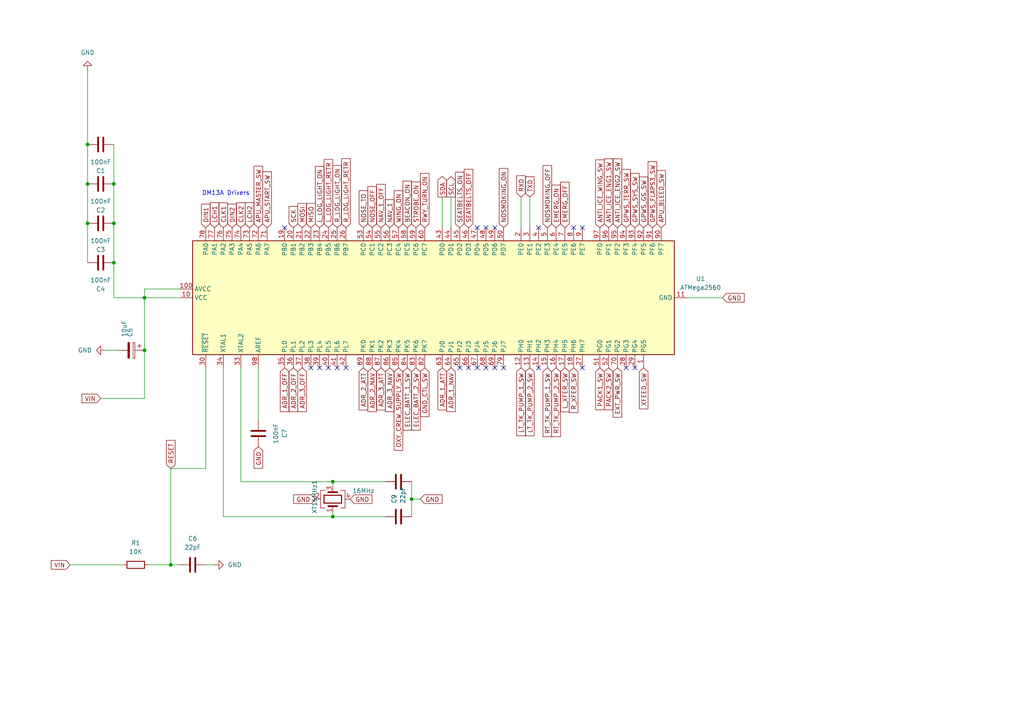
<source format=kicad_sch>
(kicad_sch (version 20231120) (generator "eeschema") (generator_version "8.0")
  (paper "A4")
  (lib_symbols
    (symbol "Device:C" (pin_numbers hide) (pin_names (offset 0.254))
      (property "Reference" "C" (at 0.635 2.54 0))
      (property "Value" "C" (at 0.635 -2.54 0))
      (symbol "C_0_1"
        (polyline (pts (xy -2.032 -0.762) (xy 2.032 -0.762)) (stroke (width 0.508)))
        (polyline (pts (xy -2.032 0.762) (xy 2.032 0.762)) (stroke (width 0.508)))
      )
      (symbol "C_1_1"
        (pin passive line (at 0 3.81 270) (length 2.794) (name "~") (number "1"))
        (pin passive line (at 0 -3.81 90) (length 2.794) (name "~") (number "2"))
      )
    )
    (symbol "Device:C_Polarized" (pin_numbers hide) (pin_names (offset 0.254))
      (property "Reference" "C" (at 0.635 2.54 0))
      (property "Value" "C_Polarized" (at 0.635 -2.54 0))
      (symbol "C_Polarized_0_1"
        (rectangle (start -2.286 0.508) (end 2.286 1.016))
        (polyline (pts (xy -1.778 2.286) (xy -0.762 2.286)))
        (polyline (pts (xy -1.27 2.794) (xy -1.27 1.778)))
        (rectangle (start 2.286 -0.508) (end -2.286 -1.016) (fill (type outline)))
      )
      (symbol "C_Polarized_1_1"
        (pin passive line (at 0 3.81 270) (length 2.794) (name "~") (number "1"))
        (pin passive line (at 0 -3.81 90) (length 2.794) (name "~") (number "2"))
      )
    )
    (symbol "Device:Crystal_GND24" (pin_names (offset 1.016) hide)
      (property "Reference" "Y" (at 3.175 5.08 0))
      (property "Value" "Crystal_GND24" (at 3.175 3.175 0))
      (symbol "Crystal_GND24_0_1"
        (rectangle (start -1.143 2.54) (end 1.143 -2.54) (stroke (width 0.3048)))
        (polyline (pts (xy -2.54 0) (xy -2.032 0)))
        (polyline (pts (xy -2.032 -1.27) (xy -2.032 1.27)) (stroke (width 0.508)))
        (polyline (pts (xy 0 -3.81) (xy 0 -3.556)))
        (polyline (pts (xy 0 3.556) (xy 0 3.81)))
        (polyline (pts (xy 2.032 -1.27) (xy 2.032 1.27)) (stroke (width 0.508)))
        (polyline (pts (xy 2.032 0) (xy 2.54 0)))
        (polyline (pts (xy -2.54 -2.286) (xy -2.54 -3.556) (xy 2.54 -3.556) (xy 2.54 -2.286)))
        (polyline (pts (xy -2.54 2.286) (xy -2.54 3.556) (xy 2.54 3.556) (xy 2.54 2.286)))
      )
      (symbol "Crystal_GND24_1_1"
        (pin passive line (at -3.81 0 0) (length 1.27) (name "1") (number "1"))
        (pin passive line (at 0 5.08 270) (length 1.27) (name "2") (number "2"))
        (pin passive line (at 3.81 0 180) (length 1.27) (name "3") (number "3"))
        (pin passive line (at 0 -5.08 90) (length 1.27) (name "4") (number "4"))
      )
    )
    (symbol "Device:R" (pin_numbers hide) (pin_names (offset 0))
      (property "Reference" "R" (at 2.032 0 90))
      (property "Value" "R" (at 0 0 90))
      (symbol "R_0_1"
        (rectangle (start -1.016 -2.54) (end 1.016 2.54) (stroke (width 0.254)))
      )
      (symbol "R_1_1"
        (pin passive line (at 0 3.81 270) (length 1.27) (name "~") (number "1"))
        (pin passive line (at 0 -3.81 90) (length 1.27) (name "~") (number "2"))
      )
    )
    (symbol "MCU_Microchip_ATmega:ATmega2560-16A"
      (property "Reference" "U" (at 0 1.27 0))
      (property "Value" "ATmega2560-16A" (at 0 -1.27 0))
      (symbol "ATmega2560-16A_0_1"
        (rectangle (start -16.51 -69.85) (end 16.51 69.85) (stroke (width 0.254)) (fill (type background)))
      )
      (symbol "ATmega2560-16A_1_1"
        (pin bidirectional line (at -20.32 -60.96 0) (length 3.81) (name "PG5") (number "1"))
        (pin power_in line (at 0 73.66 270) (length 3.81) (name "VCC") (number "10"))
        (pin power_in line (at 2.54 73.66 270) (length 3.81) (name "AVCC") (number "100"))
        (pin power_in line (at 0 -73.66 90) (length 3.81) (name "GND") (number "11"))
        (pin bidirectional line (at -20.32 -25.4 0) (length 3.81) (name "PH0") (number "12"))
        (pin bidirectional line (at -20.32 -27.94 0) (length 3.81) (name "PH1") (number "13"))
        (pin bidirectional line (at -20.32 -30.48 0) (length 3.81) (name "PH2") (number "14"))
        (pin bidirectional line (at -20.32 -33.02 0) (length 3.81) (name "PH3") (number "15"))
        (pin bidirectional line (at -20.32 -35.56 0) (length 3.81) (name "PH4") (number "16"))
        (pin bidirectional line (at -20.32 -38.1 0) (length 3.81) (name "PH5") (number "17"))
        (pin bidirectional line (at -20.32 -40.64 0) (length 3.81) (name "PH6") (number "18"))
        (pin bidirectional line (at 20.32 43.18 180) (length 3.81) (name "PB0") (number "19"))
        (pin bidirectional line (at 20.32 -25.4 180) (length 3.81) (name "PE0") (number "2"))
        (pin bidirectional line (at 20.32 40.64 180) (length 3.81) (name "PB1") (number "20"))
        (pin bidirectional line (at 20.32 38.1 180) (length 3.81) (name "PB2") (number "21"))
        (pin bidirectional line (at 20.32 35.56 180) (length 3.81) (name "PB3") (number "22"))
        (pin bidirectional line (at 20.32 33.02 180) (length 3.81) (name "PB4") (number "23"))
        (pin bidirectional line (at 20.32 30.48 180) (length 3.81) (name "PB5") (number "24"))
        (pin bidirectional line (at 20.32 27.94 180) (length 3.81) (name "PB6") (number "25"))
        (pin bidirectional line (at 20.32 25.4 180) (length 3.81) (name "PB7") (number "26"))
        (pin bidirectional line (at -20.32 -43.18 0) (length 3.81) (name "PH7") (number "27"))
        (pin bidirectional line (at -20.32 -55.88 0) (length 3.81) (name "PG3") (number "28"))
        (pin bidirectional line (at -20.32 -58.42 0) (length 3.81) (name "PG4") (number "29"))
        (pin bidirectional line (at 20.32 -27.94 180) (length 3.81) (name "PE1") (number "3"))
        (pin input line (at -20.32 66.04 0) (length 3.81) (name "~{RESET}") (number "30"))
        (pin passive line (at 0 73.66 270) (length 3.81) hide (name "VCC") (number "31"))
        (pin passive line (at 0 -73.66 90) (length 3.81) hide (name "GND") (number "32"))
        (pin output line (at -20.32 55.88 0) (length 3.81) (name "XTAL2") (number "33"))
        (pin input line (at -20.32 60.96 0) (length 3.81) (name "XTAL1") (number "34"))
        (pin bidirectional line (at -20.32 43.18 0) (length 3.81) (name "PL0") (number "35"))
        (pin bidirectional line (at -20.32 40.64 0) (length 3.81) (name "PL1") (number "36"))
        (pin bidirectional line (at -20.32 38.1 0) (length 3.81) (name "PL2") (number "37"))
        (pin bidirectional line (at -20.32 35.56 0) (length 3.81) (name "PL3") (number "38"))
        (pin bidirectional line (at -20.32 33.02 0) (length 3.81) (name "PL4") (number "39"))
        (pin bidirectional line (at 20.32 -30.48 180) (length 3.81) (name "PE2") (number "4"))
        (pin bidirectional line (at -20.32 30.48 0) (length 3.81) (name "PL5") (number "40"))
        (pin bidirectional line (at -20.32 27.94 0) (length 3.81) (name "PL6") (number "41"))
        (pin bidirectional line (at -20.32 25.4 0) (length 3.81) (name "PL7") (number "42"))
        (pin bidirectional line (at 20.32 -2.54 180) (length 3.81) (name "PD0") (number "43"))
        (pin bidirectional line (at 20.32 -5.08 180) (length 3.81) (name "PD1") (number "44"))
        (pin bidirectional line (at 20.32 -7.62 180) (length 3.81) (name "PD2") (number "45"))
        (pin bidirectional line (at 20.32 -10.16 180) (length 3.81) (name "PD3") (number "46"))
        (pin bidirectional line (at 20.32 -12.7 180) (length 3.81) (name "PD4") (number "47"))
        (pin bidirectional line (at 20.32 -15.24 180) (length 3.81) (name "PD5") (number "48"))
        (pin bidirectional line (at 20.32 -17.78 180) (length 3.81) (name "PD6") (number "49"))
        (pin bidirectional line (at 20.32 -33.02 180) (length 3.81) (name "PE3") (number "5"))
        (pin bidirectional line (at 20.32 -20.32 180) (length 3.81) (name "PD7") (number "50"))
        (pin bidirectional line (at -20.32 -48.26 0) (length 3.81) (name "PG0") (number "51"))
        (pin bidirectional line (at -20.32 -50.8 0) (length 3.81) (name "PG1") (number "52"))
        (pin bidirectional line (at 20.32 20.32 180) (length 3.81) (name "PC0") (number "53"))
        (pin bidirectional line (at 20.32 17.78 180) (length 3.81) (name "PC1") (number "54"))
        (pin bidirectional line (at 20.32 15.24 180) (length 3.81) (name "PC2") (number "55"))
        (pin bidirectional line (at 20.32 12.7 180) (length 3.81) (name "PC3") (number "56"))
        (pin bidirectional line (at 20.32 10.16 180) (length 3.81) (name "PC4") (number "57"))
        (pin bidirectional line (at 20.32 7.62 180) (length 3.81) (name "PC5") (number "58"))
        (pin bidirectional line (at 20.32 5.08 180) (length 3.81) (name "PC6") (number "59"))
        (pin bidirectional line (at 20.32 -35.56 180) (length 3.81) (name "PE4") (number "6"))
        (pin bidirectional line (at 20.32 2.54 180) (length 3.81) (name "PC7") (number "60"))
        (pin passive line (at 0 73.66 270) (length 3.81) hide (name "VCC") (number "61"))
        (pin passive line (at 0 -73.66 90) (length 3.81) hide (name "GND") (number "62"))
        (pin bidirectional line (at -20.32 -2.54 0) (length 3.81) (name "PJ0") (number "63"))
        (pin bidirectional line (at -20.32 -5.08 0) (length 3.81) (name "PJ1") (number "64"))
        (pin bidirectional line (at -20.32 -7.62 0) (length 3.81) (name "PJ2") (number "65"))
        (pin bidirectional line (at -20.32 -10.16 0) (length 3.81) (name "PJ3") (number "66"))
        (pin bidirectional line (at -20.32 -12.7 0) (length 3.81) (name "PJ4") (number "67"))
        (pin bidirectional line (at -20.32 -15.24 0) (length 3.81) (name "PJ5") (number "68"))
        (pin bidirectional line (at -20.32 -17.78 0) (length 3.81) (name "PJ6") (number "69"))
        (pin bidirectional line (at 20.32 -38.1 180) (length 3.81) (name "PE5") (number "7"))
        (pin bidirectional line (at -20.32 -53.34 0) (length 3.81) (name "PG2") (number "70"))
        (pin bidirectional line (at 20.32 48.26 180) (length 3.81) (name "PA7") (number "71"))
        (pin bidirectional line (at 20.32 50.8 180) (length 3.81) (name "PA6") (number "72"))
        (pin bidirectional line (at 20.32 53.34 180) (length 3.81) (name "PA5") (number "73"))
        (pin bidirectional line (at 20.32 55.88 180) (length 3.81) (name "PA4") (number "74"))
        (pin bidirectional line (at 20.32 58.42 180) (length 3.81) (name "PA3") (number "75"))
        (pin bidirectional line (at 20.32 60.96 180) (length 3.81) (name "PA2") (number "76"))
        (pin bidirectional line (at 20.32 63.5 180) (length 3.81) (name "PA1") (number "77"))
        (pin bidirectional line (at 20.32 66.04 180) (length 3.81) (name "PA0") (number "78"))
        (pin bidirectional line (at -20.32 -20.32 0) (length 3.81) (name "PJ7") (number "79"))
        (pin bidirectional line (at 20.32 -40.64 180) (length 3.81) (name "PE6") (number "8"))
        (pin passive line (at 0 73.66 270) (length 3.81) hide (name "VCC") (number "80"))
        (pin passive line (at 0 -73.66 90) (length 3.81) hide (name "GND") (number "81"))
        (pin bidirectional line (at -20.32 2.54 0) (length 3.81) (name "PK7") (number "82"))
        (pin bidirectional line (at -20.32 5.08 0) (length 3.81) (name "PK6") (number "83"))
        (pin bidirectional line (at -20.32 7.62 0) (length 3.81) (name "PK5") (number "84"))
        (pin bidirectional line (at -20.32 10.16 0) (length 3.81) (name "PK4") (number "85"))
        (pin bidirectional line (at -20.32 12.7 0) (length 3.81) (name "PK3") (number "86"))
        (pin bidirectional line (at -20.32 15.24 0) (length 3.81) (name "PK2") (number "87"))
        (pin bidirectional line (at -20.32 17.78 0) (length 3.81) (name "PK1") (number "88"))
        (pin bidirectional line (at -20.32 20.32 0) (length 3.81) (name "PK0") (number "89"))
        (pin bidirectional line (at 20.32 -43.18 180) (length 3.81) (name "PE7") (number "9"))
        (pin bidirectional line (at 20.32 -66.04 180) (length 3.81) (name "PF7") (number "90"))
        (pin bidirectional line (at 20.32 -63.5 180) (length 3.81) (name "PF6") (number "91"))
        (pin bidirectional line (at 20.32 -60.96 180) (length 3.81) (name "PF5") (number "92"))
        (pin bidirectional line (at 20.32 -58.42 180) (length 3.81) (name "PF4") (number "93"))
        (pin bidirectional line (at 20.32 -55.88 180) (length 3.81) (name "PF3") (number "94"))
        (pin bidirectional line (at 20.32 -53.34 180) (length 3.81) (name "PF2") (number "95"))
        (pin bidirectional line (at 20.32 -50.8 180) (length 3.81) (name "PF1") (number "96"))
        (pin bidirectional line (at 20.32 -48.26 180) (length 3.81) (name "PF0") (number "97"))
        (pin passive line (at -20.32 50.8 0) (length 3.81) (name "AREF") (number "98"))
        (pin passive line (at 0 -73.66 90) (length 3.81) hide (name "GND") (number "99"))
      )
    )
    (symbol "power:GND" (power) (pin_numbers hide) (pin_names (offset 0) hide)
      (property "Value" "GND" (at 0 -3.81 0))
      (symbol "GND_0_1"
        (polyline (pts (xy 0 0) (xy 0 -1.27) (xy 1.27 -1.27) (xy 0 -2.54) (xy -1.27 -1.27) (xy 0 -1.27)))
      )
      (symbol "GND_1_1"
        (pin power_in line (at 0 0 270) (length 0) (name "~") (number "1"))
      )
    )
  )
  (junction (at 33.02 76.2))
  (junction (at 119.38 144.78))
  (junction (at 41.91 86.36))
  (junction (at 96.52 139.7))
  (junction (at 49.53 163.83))
  (junction (at 41.91 101.6))
  (junction (at 25.4 64.77))
  (junction (at 96.52 149.86))
  (junction (at 33.02 53.34))
  (junction (at 25.4 41.91))
  (junction (at 33.02 64.77))
  (junction (at 25.4 53.34))
  (no_connect (at 92.71 106.68))
  (no_connect (at 100.33 106.68))
  (no_connect (at 90.17 106.68))
  (no_connect (at 133.35 106.68))
  (no_connect (at 143.51 106.68))
  (no_connect (at 140.97 66.04))
  (no_connect (at 156.21 66.04))
  (no_connect (at 184.15 106.68))
  (no_connect (at 140.97 106.68))
  (no_connect (at 138.43 106.68))
  (no_connect (at 168.91 66.04))
  (no_connect (at 82.55 66.04))
  (no_connect (at 143.51 66.04))
  (no_connect (at 156.21 106.68))
  (no_connect (at 166.37 66.04))
  (no_connect (at 135.89 106.68))
  (no_connect (at 181.61 106.68))
  (no_connect (at 168.91 106.68))
  (no_connect (at 138.43 66.04))
  (no_connect (at 146.05 106.68))
  (no_connect (at 95.25 106.68))
  (no_connect (at 97.79 106.68))
  (wire (pts (xy 49.53 135.89) (xy 59.69 135.89)))
  (wire (pts (xy 59.69 135.89) (xy 59.69 106.68)))
  (wire (pts (xy 25.4 41.91) (xy 25.4 53.34)))
  (wire (pts (xy 74.93 106.68) (xy 74.93 121.92)))
  (wire (pts (xy 64.77 149.86) (xy 64.77 106.68)))
  (wire (pts (xy 25.4 64.77) (xy 25.4 76.2)))
  (wire (pts (xy 41.91 86.36) (xy 41.91 101.6)))
  (wire (pts (xy 33.02 41.91) (xy 33.02 53.34)))
  (wire (pts (xy 33.02 53.34) (xy 33.02 64.77)))
  (wire (pts (xy 43.18 163.83) (xy 49.53 163.83)))
  (wire (pts (xy 69.85 139.7) (xy 96.52 139.7)))
  (wire (pts (xy 33.02 64.77) (xy 33.02 76.2)))
  (wire (pts (xy 25.4 20.32) (xy 25.4 41.91)))
  (wire (pts (xy 41.91 86.36) (xy 41.91 83.82)))
  (wire (pts (xy 62.23 163.83) (xy 59.69 163.83)))
  (wire (pts (xy 33.02 86.36) (xy 41.91 86.36)))
  (wire (pts (xy 96.52 148.59) (xy 96.52 149.86)))
  (wire (pts (xy 128.27 57.15) (xy 128.27 66.04)))
  (wire (pts (xy 209.55 86.36) (xy 199.39 86.36)))
  (wire (pts (xy 25.4 53.34) (xy 25.4 64.77)))
  (wire (pts (xy 153.67 57.15) (xy 153.67 66.04)))
  (wire (pts (xy 69.85 139.7) (xy 69.85 106.68)))
  (wire (pts (xy 30.48 101.6) (xy 34.29 101.6)))
  (wire (pts (xy 33.02 76.2) (xy 33.02 86.36)))
  (wire (pts (xy 41.91 115.57) (xy 29.21 115.57)))
  (wire (pts (xy 64.77 149.86) (xy 96.52 149.86)))
  (wire (pts (xy 151.13 57.15) (xy 151.13 66.04)))
  (wire (pts (xy 41.91 101.6) (xy 41.91 115.57)))
  (wire (pts (xy 119.38 144.78) (xy 121.92 144.78)))
  (wire (pts (xy 96.52 149.86) (xy 111.76 149.86)))
  (wire (pts (xy 119.38 144.78) (xy 119.38 139.7)))
  (wire (pts (xy 52.07 163.83) (xy 49.53 163.83)))
  (wire (pts (xy 130.81 57.15) (xy 130.81 66.04)))
  (wire (pts (xy 119.38 149.86) (xy 119.38 144.78)))
  (wire (pts (xy 49.53 135.89) (xy 49.53 163.83)))
  (wire (pts (xy 96.52 140.97) (xy 96.52 139.7)))
  (wire (pts (xy 20.32 163.83) (xy 35.56 163.83)))
  (wire (pts (xy 41.91 83.82) (xy 52.07 83.82)))
  (wire (pts (xy 41.91 86.36) (xy 52.07 86.36)))
  (wire (pts (xy 96.52 139.7) (xy 111.76 139.7)))
  (text "DM13A Drivers" (at 65.532 56.134 0) (effects (font (size 1.27 1.27))))
  (global_label "ANTI_ICE_ENG2_SW" (shape input) (at 179.07 66.04 90) (property "Intersheetrefs" "${INTERSHEET_REFS}" (effects (hide yes))))
  (global_label "RXD" (shape input) (at 151.13 57.15 90) (property "Intersheetrefs" "${INTERSHEET_REFS}" (effects (hide yes))))
  (global_label "VIN" (shape input) (at 29.21 115.57 180) (property "Intersheetrefs" "${INTERSHEET_REFS}" (effects (hide yes))))
  (global_label "APU_BLEED_SW" (shape input) (at 191.77 66.04 90) (property "Intersheetrefs" "${INTERSHEET_REFS}" (effects (hide yes))))
  (global_label "LT_TK_PUMP_1_SW" (shape input) (at 151.13 106.68 270) (property "Intersheetrefs" "${INTERSHEET_REFS}" (effects (hide yes))))
  (global_label "ADR_3_OFF" (shape input) (at 87.63 106.68 270) (property "Intersheetrefs" "${INTERSHEET_REFS}" (effects (hide yes))))
  (global_label "BEACON_ON" (shape input) (at 118.11 66.04 90) (property "Intersheetrefs" "${INTERSHEET_REFS}" (effects (hide yes))))
  (global_label "GPWS_TERR_SW" (shape input) (at 181.61 66.04 90) (property "Intersheetrefs" "${INTERSHEET_REFS}" (effects (hide yes))))
  (global_label "GND" (shape input) (at 121.92 144.78 0) (property "Intersheetrefs" "${INTERSHEET_REFS}" (effects (hide yes))))
  (global_label "GND_CTL_SW" (shape input) (at 123.19 106.68 270) (property "Intersheetrefs" "${INTERSHEET_REFS}" (effects (hide yes))))
  (global_label "XFEED_SW" (shape input) (at 186.69 106.68 270) (property "Intersheetrefs" "${INTERSHEET_REFS}" (effects (hide yes))))
  (global_label "RESET" (shape input) (at 49.53 135.89 90) (property "Intersheetrefs" "${INTERSHEET_REFS}" (effects (hide yes))))
  (global_label "SCL" (shape output) (at 130.81 57.15 90) (property "Intersheetrefs" "${INTERSHEET_REFS}" (effects (hide yes))))
  (global_label "ANTI_ICE_ENG1_SW" (shape input) (at 176.53 66.04 90) (property "Intersheetrefs" "${INTERSHEET_REFS}" (effects (hide yes))))
  (global_label "NAV_1_OFF" (shape input) (at 110.49 66.04 90) (property "Intersheetrefs" "${INTERSHEET_REFS}" (effects (hide yes))))
  (global_label "ADR_3_ATT" (shape input) (at 110.49 106.68 270) (property "Intersheetrefs" "${INTERSHEET_REFS}" (effects (hide yes))))
  (global_label "NAV_1" (shape input) (at 113.03 66.04 90) (property "Intersheetrefs" "${INTERSHEET_REFS}" (effects (hide yes))))
  (global_label "PACK2_SW" (shape input) (at 176.53 106.68 270) (property "Intersheetrefs" "${INTERSHEET_REFS}" (effects (hide yes))))
  (global_label "MOSI" (shape input) (at 87.63 66.04 90) (property "Intersheetrefs" "${INTERSHEET_REFS}" (effects (hide yes))))
  (global_label "LT_TK_PUMP_2_SW" (shape input) (at 153.67 106.68 270) (property "Intersheetrefs" "${INTERSHEET_REFS}" (effects (hide yes))))
  (global_label "L_LDG_LIGHT_RETR" (shape input) (at 95.25 66.04 90) (property "Intersheetrefs" "${INTERSHEET_REFS}" (effects (hide yes))))
  (global_label "R_LDG_LIGHT_ON" (shape input) (at 97.79 66.04 90) (property "Intersheetrefs" "${INTERSHEET_REFS}" (effects (hide yes))))
  (global_label "ELEC_BATT_2_SW" (shape input) (at 120.65 106.68 270) (property "Intersheetrefs" "${INTERSHEET_REFS}" (effects (hide yes))))
  (global_label "L_XFER_SW" (shape input) (at 163.83 106.68 270) (property "Intersheetrefs" "${INTERSHEET_REFS}" (effects (hide yes))))
  (global_label "EMERG_ON" (shape input) (at 161.29 66.04 90) (property "Intersheetrefs" "${INTERSHEET_REFS}" (effects (hide yes))))
  (global_label "NOSE_OFF" (shape input) (at 107.95 66.04 90) (property "Intersheetrefs" "${INTERSHEET_REFS}" (effects (hide yes))))
  (global_label "LCH2" (shape input) (at 72.39 66.04 90) (property "Intersheetrefs" "${INTERSHEET_REFS}" (effects (hide yes))))
  (global_label "RT_TK_PUMP_2_SW" (shape input) (at 161.29 106.68 270) (property "Intersheetrefs" "${INTERSHEET_REFS}" (effects (hide yes))))
  (global_label "ADR_2_ATT" (shape input) (at 105.41 106.68 270) (property "Intersheetrefs" "${INTERSHEET_REFS}" (effects (hide yes))))
  (global_label "NOSMOKING_OFF" (shape input) (at 158.75 66.04 90) (property "Intersheetrefs" "${INTERSHEET_REFS}" (effects (hide yes))))
  (global_label "ANTI_ICE_WING_SW" (shape input) (at 173.99 66.04 90) (property "Intersheetrefs" "${INTERSHEET_REFS}" (effects (hide yes))))
  (global_label "CLK2" (shape input) (at 69.85 66.04 90) (property "Intersheetrefs" "${INTERSHEET_REFS}" (effects (hide yes))))
  (global_label "APU_MASTER_SW" (shape input) (at 74.93 66.04 90) (property "Intersheetrefs" "${INTERSHEET_REFS}" (effects (hide yes))))
  (global_label "GPWS_SYS_SW" (shape input) (at 184.15 66.04 90) (property "Intersheetrefs" "${INTERSHEET_REFS}" (effects (hide yes))))
  (global_label "DIN2" (shape input) (at 67.31 66.04 90) (property "Intersheetrefs" "${INTERSHEET_REFS}" (effects (hide yes))))
  (global_label "NOSE_TO" (shape input) (at 105.41 66.04 90) (property "Intersheetrefs" "${INTERSHEET_REFS}" (effects (hide yes))))
  (global_label "EXT_PWR_SW" (shape input) (at 179.07 106.68 270) (property "Intersheetrefs" "${INTERSHEET_REFS}" (effects (hide yes))))
  (global_label "RT_TK_PUMP_1_SW" (shape input) (at 158.75 106.68 270) (property "Intersheetrefs" "${INTERSHEET_REFS}" (effects (hide yes))))
  (global_label "NOSMOKING_ON" (shape input) (at 146.05 66.04 90) (property "Intersheetrefs" "${INTERSHEET_REFS}" (effects (hide yes))))
  (global_label "STROBE_ON" (shape input) (at 120.65 66.04 90) (property "Intersheetrefs" "${INTERSHEET_REFS}" (effects (hide yes))))
  (global_label "ADR_2_NAV" (shape input) (at 107.95 106.68 270) (property "Intersheetrefs" "${INTERSHEET_REFS}" (effects (hide yes))))
  (global_label "ADR_3_NAV" (shape input) (at 113.03 106.68 270) (property "Intersheetrefs" "${INTERSHEET_REFS}" (effects (hide yes))))
  (global_label "GPWS_GS_SW" (shape input) (at 186.69 66.04 90) (property "Intersheetrefs" "${INTERSHEET_REFS}" (effects (hide yes))))
  (global_label "ELEC_BATT_1_SW" (shape input) (at 118.11 106.68 270) (property "Intersheetrefs" "${INTERSHEET_REFS}" (effects (hide yes))))
  (global_label "OXY_CREW_SUPPLY_SW" (shape input) (at 115.57 106.68 270) (property "Intersheetrefs" "${INTERSHEET_REFS}" (effects (hide yes))))
  (global_label "R_LDG_LIGHT_RETR" (shape input) (at 100.33 66.04 90) (property "Intersheetrefs" "${INTERSHEET_REFS}" (effects (hide yes))))
  (global_label "SDA" (shape output) (at 128.27 57.15 90) (property "Intersheetrefs" "${INTERSHEET_REFS}" (effects (hide yes))))
  (global_label "ADR_1_NAV" (shape input) (at 130.81 106.68 270) (property "Intersheetrefs" "${INTERSHEET_REFS}" (effects (hide yes))))
  (global_label "APU_START_SW" (shape input) (at 77.47 66.04 90) (property "Intersheetrefs" "${INTERSHEET_REFS}" (effects (hide yes))))
  (global_label "SEATBELTS_ON" (shape input) (at 133.35 66.04 90) (property "Intersheetrefs" "${INTERSHEET_REFS}" (effects (hide yes))))
  (global_label "SEATBELTS_OFF" (shape input) (at 135.89 66.04 90) (property "Intersheetrefs" "${INTERSHEET_REFS}" (effects (hide yes))))
  (global_label "GND" (shape input) (at 74.93 129.54 270) (property "Intersheetrefs" "${INTERSHEET_REFS}" (effects (hide yes))))
  (global_label "WING_ON" (shape input) (at 115.57 66.04 90) (property "Intersheetrefs" "${INTERSHEET_REFS}" (effects (hide yes))))
  (global_label "GND" (shape input) (at 101.6 144.78 0) (property "Intersheetrefs" "${INTERSHEET_REFS}" (effects (hide yes))))
  (global_label "SCK" (shape input) (at 85.09 66.04 90) (property "Intersheetrefs" "${INTERSHEET_REFS}" (effects (hide yes))))
  (global_label "ADR_2_OFF" (shape input) (at 85.09 106.68 270) (property "Intersheetrefs" "${INTERSHEET_REFS}" (effects (hide yes))))
  (global_label "CLK1" (shape input) (at 64.77 66.04 90) (property "Intersheetrefs" "${INTERSHEET_REFS}" (effects (hide yes))))
  (global_label "MISO" (shape input) (at 90.17 66.04 90) (property "Intersheetrefs" "${INTERSHEET_REFS}" (effects (hide yes))))
  (global_label "PACK1_SW" (shape input) (at 173.99 106.68 270) (property "Intersheetrefs" "${INTERSHEET_REFS}" (effects (hide yes))))
  (global_label "VIN" (shape input) (at 20.32 163.83 180) (property "Intersheetrefs" "${INTERSHEET_REFS}" (effects (hide yes))))
  (global_label "GND" (shape input) (at 209.55 86.36 0) (property "Intersheetrefs" "${INTERSHEET_REFS}" (effects (hide yes))))
  (global_label "EMERG_OFF" (shape input) (at 163.83 66.04 90) (property "Intersheetrefs" "${INTERSHEET_REFS}" (effects (hide yes))))
  (global_label "TXD" (shape input) (at 153.67 57.15 90) (property "Intersheetrefs" "${INTERSHEET_REFS}" (effects (hide yes))))
  (global_label "ADR_1_OFF" (shape input) (at 82.55 106.68 270) (property "Intersheetrefs" "${INTERSHEET_REFS}" (effects (hide yes))))
  (global_label "R_XFER_SW" (shape input) (at 166.37 106.68 270) (property "Intersheetrefs" "${INTERSHEET_REFS}" (effects (hide yes))))
  (global_label "GPWS_FLAPS3_SW" (shape input) (at 189.23 66.04 90) (property "Intersheetrefs" "${INTERSHEET_REFS}" (effects (hide yes))))
  (global_label "GND" (shape input) (at 91.44 144.78 180) (property "Intersheetrefs" "${INTERSHEET_REFS}" (effects (hide yes))))
  (global_label "DIN1" (shape input) (at 59.69 66.04 90) (property "Intersheetrefs" "${INTERSHEET_REFS}" (effects (hide yes))))
  (global_label "LCH1" (shape input) (at 62.23 66.04 90) (property "Intersheetrefs" "${INTERSHEET_REFS}" (effects (hide yes))))
  (global_label "RWY_TURN_ON" (shape input) (at 123.19 66.04 90) (property "Intersheetrefs" "${INTERSHEET_REFS}" (effects (hide yes))))
  (global_label "ADR_1_ATT" (shape input) (at 128.27 106.68 270) (property "Intersheetrefs" "${INTERSHEET_REFS}" (effects (hide yes))))
  (global_label "L_LDG_LIGHT_ON" (shape input) (at 92.71 66.04 90) (property "Intersheetrefs" "${INTERSHEET_REFS}" (effects (hide yes))))
  (symbol (lib_id "Device:C") (at 55.88 163.83 90) (unit 1)
    (property "Reference" "C6" (at 55.88 156.21 90))
    (property "Value" "22pF" (at 55.88 158.75 90))
    (property "Footprint" "Capacitor_SMD:C_1206_3216Metric_Pad1.33x1.80mm_HandSolder" (effects (hide yes)))
    (property "Description" "Unpolarized capacitor" (effects (hide yes)))
  )
  (symbol (lib_id "Device:C") (at 74.93 125.73 0) (unit 1)
    (property "Reference" "C7" (at 82.55 125.73 90))
    (property "Value" "100nF" (at 80.01 125.73 90))
    (property "Footprint" "Capacitor_SMD:C_1206_3216Metric_Pad1.33x1.80mm_HandSolder" (effects (hide yes)))
    (property "Description" "Unpolarized capacitor" (effects (hide yes)))
  )
  (symbol (lib_id "power:GND") (at 30.48 101.6 270) (unit 1)
    (property "Reference" "#PWR062" (effects (hide yes)))
    (property "Value" "GND" (at 26.67 101.5999 90) (effects (justify right)))
    (property "Description" "Power symbol creates a global label with name \"GND\" , ground" (effects (hide yes)))
  )
  (symbol (lib_id "Device:C_Polarized") (at 38.1 101.6 270) (unit 1)
    (property "Reference" "C5" (at 37.7189 97.79 0) (effects (justify right)))
    (property "Value" "10uF" (at 36.068 97.79 0) (effects (justify right)))
    (property "Footprint" "Capacitor_SMD:C_Elec_4x5.4" (effects (hide yes)))
    (property "Description" "Polarized capacitor" (effects (hide yes)))
  )
  (symbol (lib_id "Device:C") (at 29.21 76.2 270) (unit 1)
    (property "Reference" "C4" (at 29.21 83.82 90))
    (property "Value" "100nF" (at 29.21 81.28 90))
    (property "Footprint" "Capacitor_SMD:C_1206_3216Metric_Pad1.33x1.80mm_HandSolder" (effects (hide yes)))
    (property "Description" "Unpolarized capacitor" (effects (hide yes)))
  )
  (symbol (lib_id "Device:C") (at 29.21 53.34 270) (unit 1)
    (property "Reference" "C2" (at 29.21 60.96 90))
    (property "Value" "100nF" (at 29.21 58.42 90))
    (property "Footprint" "Capacitor_SMD:C_1206_3216Metric_Pad1.33x1.80mm_HandSolder" (effects (hide yes)))
    (property "Description" "Unpolarized capacitor" (effects (hide yes)))
  )
  (symbol (lib_id "Device:R") (at 39.37 163.83 90) (unit 1)
    (property "Reference" "R1" (at 39.37 157.48 90))
    (property "Value" "10K" (at 39.37 160.02 90))
    (property "Footprint" "Resistor_SMD:R_1206_3216Metric_Pad1.30x1.75mm_HandSolder" (effects (hide yes)))
    (property "Description" "Resistor" (effects (hide yes)))
  )
  (symbol (lib_id "Device:C") (at 115.57 149.86 90) (unit 1)
    (property "Reference" "C9" (at 114.2999 146.05 0) (effects (justify left)))
    (property "Value" "22pF" (at 116.8399 146.05 0) (effects (justify left)))
    (property "Footprint" "Capacitor_SMD:C_1206_3216Metric_Pad1.33x1.80mm_HandSolder" (effects (hide yes)))
    (property "Description" "Unpolarized capacitor" (effects (hide yes)))
  )
  (symbol (lib_id "power:GND") (at 25.4 20.32 180) (unit 1)
    (property "Reference" "#PWR061" (effects (hide yes)))
    (property "Value" "GND" (at 25.4 15.24 0))
    (property "Description" "Power symbol creates a global label with name \"GND\" , ground" (effects (hide yes)))
  )
  (symbol (lib_id "Device:C") (at 29.21 41.91 270) (unit 1)
    (property "Reference" "C1" (at 29.21 49.53 90))
    (property "Value" "100nF" (at 29.21 46.99 90))
    (property "Footprint" "Capacitor_SMD:C_1206_3216Metric_Pad1.33x1.80mm_HandSolder" (effects (hide yes)))
    (property "Description" "Unpolarized capacitor" (effects (hide yes)))
  )
  (symbol (lib_id "Device:C") (at 29.21 64.77 270) (unit 1)
    (property "Reference" "C3" (at 29.21 72.39 90))
    (property "Value" "100nF" (at 29.21 69.85 90))
    (property "Footprint" "Capacitor_SMD:C_1206_3216Metric_Pad1.33x1.80mm_HandSolder" (effects (hide yes)))
    (property "Description" "Unpolarized capacitor" (effects (hide yes)))
  )
  (symbol (lib_id "Device:Crystal_GND24") (at 96.52 144.78 90) (unit 1)
    (property "Reference" "XT16MHz1" (at 91.27 144.155 0))
    (property "Value" "16MHz" (at 105.41 142.3668 90))
    (property "Footprint" "Crystal:Crystal_SMD_EuroQuartz_MQ-4Pin_7.0x5.0mm_HandSoldering" (effects (hide yes)))
    (property "Description" "Four pin crystal, GND on pins 2 and 4" (effects (hide yes)))
  )
  (symbol (lib_id "power:GND") (at 62.23 163.83 90) (unit 1)
    (property "Reference" "#PWR063" (effects (hide yes)))
    (property "Value" "GND" (at 66.04 163.8299 90) (effects (justify right)))
    (property "Description" "Power symbol creates a global label with name \"GND\" , ground" (effects (hide yes)))
  )
  (symbol (lib_id "MCU_Microchip_ATmega:ATmega2560-16A") (at 125.73 86.36 90) (unit 1)
    (property "Reference" "U1" (at 203.2 80.8638 90))
    (property "Value" "ATMega2560" (at 203.2 83.4038 90))
    (property "Footprint" "SFLibrary:TQFP100-0.5-14X14MM" (effects (hide yes)))
    (property "Datasheet" "http://ww1.microchip.com/downloads/en/DeviceDoc/Atmel-2549-8-bit-AVR-Microcontroller-ATmega640-1280-1281-2560-2561_datasheet.pdf" (effects (hide yes)))
    (property "Description" "16MHz, 256kB Flash, 8kB SRAM, 4kB EEPROM, JTAG, TQFP-100" (effects (hide yes)))
  )
  (symbol (lib_id "Device:C") (at 115.57 139.7 90) (unit 1)
    (property "Reference" "C8" (effects (hide yes)))
    (property "Value" "22pF" (effects (hide yes)))
    (property "Footprint" "Capacitor_SMD:C_1206_3216Metric_Pad1.33x1.80mm_HandSolder" (effects (hide yes)))
    (property "Description" "Unpolarized capacitor" (effects (hide yes)))
  )
  (sheet (at 0 215.9) (size 297.18 187.96) (stroke (width 0.1524))
    (property "Sheetname" "GPWS" (at 0 215.1884 0) (effects (justify left bottom)))
    (property "Sheetfile" "gwps.kicad_sch" (at 0 404.4446 0) (effects (justify left top)))
  )
  (sheet (at 838.2 0) (size 255.27 209.55) (stroke (width 0.1524))
    (property "Sheetname" "ANTI-ICE&SIGNS" (at 838.2 -0.7116 0) (effects (justify left bottom)))
    (property "Sheetfile" "anti_ice_signs.kicad_sch" (at 838.2 210.1346 0) (effects (justify left top)))
  )
  (sheet (at 0 412.75) (size 298.45 176.53) (stroke (width 0.1524))
    (property "Sheetname" "DM13-WHITE" (at 0 412.0384 0) (effects (justify left bottom)))
    (property "Sheetfile" "dm13a_white.kicad_sch" (at 0 589.8646 0) (effects (justify left top)))
  )
  (sheet (at 572.77 412.75) (size 256.54 176.53) (stroke (width 0.1524))
    (property "Sheetname" "DM13-BLUE" (at 572.77 412.0384 0) (effects (justify left bottom)))
    (property "Sheetfile" "dm13a_blue.kicad_sch" (at 572.77 589.8646 0) (effects (justify left top)))
  )
  (sheet (at 571.5 215.9) (size 257.81 187.96) (stroke (width 0.1524))
    (property "Sheetname" "CH340G" (at 571.5 215.1884 0) (effects (justify left bottom)))
    (property "Sheetfile" "ch340g.kicad_sch" (at 571.5 404.4446 0) (effects (justify left top)))
  )
  (sheet (at 836.93 412.75) (size 257.81 176.53) (stroke (width 0.1524))
    (property "Sheetname" "DM13-ORANGE" (at 836.93 412.0384 0) (effects (justify left bottom)))
    (property "Sheetfile" "dm13a_orange.kicad_sch" (at 836.93 589.8646 0) (effects (justify left top)))
  )
  (sheet (at 304.8 412.75) (size 262.89 176.53) (stroke (width 0.1524))
    (property "Sheetname" "I2C" (at 304.8 412.0384 0) (effects (justify left bottom)))
    (property "Sheetfile" "i2c.kicad_sch" (at 304.8 589.8646 0) (effects (justify left top)))
  )
  (sheet (at 1103.63 0) (size 236.22 208.28) (stroke (width 0.1524))
    (property "Sheetname" "ADIRS" (at 1103.63 -0.7116 0) (effects (justify left bottom)))
    (property "Sheetfile" "adirs.kicad_sch" (at 1103.63 208.8646 0) (effects (justify left top)))
  )
  (sheet (at 1103.63 215.9) (size 236.22 187.96) (stroke (width 0.1524))
    (property "Sheetname" "BATT" (at 1103.63 215.1884 0) (effects (justify left bottom)))
    (property "Sheetfile" "batt.kicad_sch" (at 1103.63 404.4446 0) (effects (justify left top)))
  )
  (sheet (at 304.8 0) (size 262.89 209.55) (stroke (width 0.1524))
    (property "Sheetname" "APU" (at 304.8 -0.7116 0) (effects (justify left bottom)))
    (property "Sheetfile" "apu.kicad_sch" (at 304.8 210.1346 0) (effects (justify left top)))
  )
  (sheet (at 0 596.9) (size 297.18 168.91) (stroke (width 0.1524))
    (property "Sheetname" "Backlighting" (at 0 596.1884 0) (effects (justify left bottom)))
    (property "Sheetfile" "backlighting.kicad_sch" (at 0 766.3946 0) (effects (justify left top)))
  )
  (sheet (at 838.2 215.9) (size 255.27 187.96) (stroke (width 0.1524))
    (property "Sheetname" "FUEL" (at 838.2 215.1884 0) (effects (justify left bottom)))
    (property "Sheetfile" "fuel.kicad_sch" (at 838.2 404.4446 0) (effects (justify left top)))
  )
  (sheet (at 304.8 215.9) (size 262.89 187.96) (stroke (width 0.1524))
    (property "Sheetname" "Air Cond" (at 304.8 215.1884 0) (effects (justify left bottom)))
    (property "Sheetfile" "aircond.kicad_sch" (at 304.8 404.4446 0) (effects (justify left top)))
  )
  (sheet (at 571.5 0) (size 257.81 209.55) (stroke (width 0.1524))
    (property "Sheetname" "EXTLT" (at 571.5 -0.7116 0) (effects (justify left bottom)))
    (property "Sheetfile" "ext_lt.kicad_sch" (at 571.5 210.1346 0) (effects (justify left top)))
  )
)
</source>
